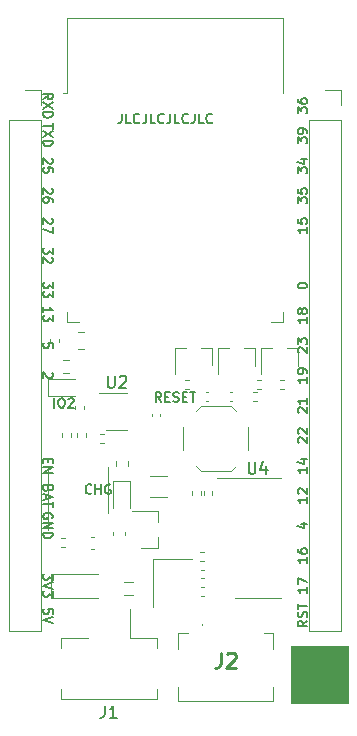
<source format=gbr>
%TF.GenerationSoftware,KiCad,Pcbnew,(5.1.7-0-10_14)*%
%TF.CreationDate,2020-11-01T22:18:58+09:00*%
%TF.ProjectId,esp32-dev,65737033-322d-4646-9576-2e6b69636164,rev?*%
%TF.SameCoordinates,Original*%
%TF.FileFunction,Legend,Top*%
%TF.FilePolarity,Positive*%
%FSLAX46Y46*%
G04 Gerber Fmt 4.6, Leading zero omitted, Abs format (unit mm)*
G04 Created by KiCad (PCBNEW (5.1.7-0-10_14)) date 2020-11-01 22:18:58*
%MOMM*%
%LPD*%
G01*
G04 APERTURE LIST*
%ADD10C,0.150000*%
%ADD11C,0.100000*%
%ADD12C,0.120000*%
%ADD13C,0.254000*%
G04 APERTURE END LIST*
D10*
X129204761Y-69761904D02*
X129204761Y-70333333D01*
X129166666Y-70447619D01*
X129090476Y-70523809D01*
X128976190Y-70561904D01*
X128900000Y-70561904D01*
X129966666Y-70561904D02*
X129585714Y-70561904D01*
X129585714Y-69761904D01*
X130690476Y-70485714D02*
X130652380Y-70523809D01*
X130538095Y-70561904D01*
X130461904Y-70561904D01*
X130347619Y-70523809D01*
X130271428Y-70447619D01*
X130233333Y-70371428D01*
X130195238Y-70219047D01*
X130195238Y-70104761D01*
X130233333Y-69952380D01*
X130271428Y-69876190D01*
X130347619Y-69800000D01*
X130461904Y-69761904D01*
X130538095Y-69761904D01*
X130652380Y-69800000D01*
X130690476Y-69838095D01*
X131261904Y-69761904D02*
X131261904Y-70333333D01*
X131223809Y-70447619D01*
X131147619Y-70523809D01*
X131033333Y-70561904D01*
X130957142Y-70561904D01*
X132023809Y-70561904D02*
X131642857Y-70561904D01*
X131642857Y-69761904D01*
X132747619Y-70485714D02*
X132709523Y-70523809D01*
X132595238Y-70561904D01*
X132519047Y-70561904D01*
X132404761Y-70523809D01*
X132328571Y-70447619D01*
X132290476Y-70371428D01*
X132252380Y-70219047D01*
X132252380Y-70104761D01*
X132290476Y-69952380D01*
X132328571Y-69876190D01*
X132404761Y-69800000D01*
X132519047Y-69761904D01*
X132595238Y-69761904D01*
X132709523Y-69800000D01*
X132747619Y-69838095D01*
X133319047Y-69761904D02*
X133319047Y-70333333D01*
X133280952Y-70447619D01*
X133204761Y-70523809D01*
X133090476Y-70561904D01*
X133014285Y-70561904D01*
X134080952Y-70561904D02*
X133700000Y-70561904D01*
X133700000Y-69761904D01*
X134804761Y-70485714D02*
X134766666Y-70523809D01*
X134652380Y-70561904D01*
X134576190Y-70561904D01*
X134461904Y-70523809D01*
X134385714Y-70447619D01*
X134347619Y-70371428D01*
X134309523Y-70219047D01*
X134309523Y-70104761D01*
X134347619Y-69952380D01*
X134385714Y-69876190D01*
X134461904Y-69800000D01*
X134576190Y-69761904D01*
X134652380Y-69761904D01*
X134766666Y-69800000D01*
X134804761Y-69838095D01*
X135376190Y-69761904D02*
X135376190Y-70333333D01*
X135338095Y-70447619D01*
X135261904Y-70523809D01*
X135147619Y-70561904D01*
X135071428Y-70561904D01*
X136138095Y-70561904D02*
X135757142Y-70561904D01*
X135757142Y-69761904D01*
X136861904Y-70485714D02*
X136823809Y-70523809D01*
X136709523Y-70561904D01*
X136633333Y-70561904D01*
X136519047Y-70523809D01*
X136442857Y-70447619D01*
X136404761Y-70371428D01*
X136366666Y-70219047D01*
X136366666Y-70104761D01*
X136404761Y-69952380D01*
X136442857Y-69876190D01*
X136519047Y-69800000D01*
X136633333Y-69761904D01*
X136709523Y-69761904D01*
X136823809Y-69800000D01*
X136861904Y-69838095D01*
X132538095Y-94161904D02*
X132271428Y-93780952D01*
X132080952Y-94161904D02*
X132080952Y-93361904D01*
X132385714Y-93361904D01*
X132461904Y-93400000D01*
X132500000Y-93438095D01*
X132538095Y-93514285D01*
X132538095Y-93628571D01*
X132500000Y-93704761D01*
X132461904Y-93742857D01*
X132385714Y-93780952D01*
X132080952Y-93780952D01*
X132880952Y-93742857D02*
X133147619Y-93742857D01*
X133261904Y-94161904D02*
X132880952Y-94161904D01*
X132880952Y-93361904D01*
X133261904Y-93361904D01*
X133566666Y-94123809D02*
X133680952Y-94161904D01*
X133871428Y-94161904D01*
X133947619Y-94123809D01*
X133985714Y-94085714D01*
X134023809Y-94009523D01*
X134023809Y-93933333D01*
X133985714Y-93857142D01*
X133947619Y-93819047D01*
X133871428Y-93780952D01*
X133719047Y-93742857D01*
X133642857Y-93704761D01*
X133604761Y-93666666D01*
X133566666Y-93590476D01*
X133566666Y-93514285D01*
X133604761Y-93438095D01*
X133642857Y-93400000D01*
X133719047Y-93361904D01*
X133909523Y-93361904D01*
X134023809Y-93400000D01*
X134366666Y-93742857D02*
X134633333Y-93742857D01*
X134747619Y-94161904D02*
X134366666Y-94161904D01*
X134366666Y-93361904D01*
X134747619Y-93361904D01*
X134976190Y-93361904D02*
X135433333Y-93361904D01*
X135204761Y-94161904D02*
X135204761Y-93361904D01*
X126628571Y-101885714D02*
X126590476Y-101923809D01*
X126476190Y-101961904D01*
X126400000Y-101961904D01*
X126285714Y-101923809D01*
X126209523Y-101847619D01*
X126171428Y-101771428D01*
X126133333Y-101619047D01*
X126133333Y-101504761D01*
X126171428Y-101352380D01*
X126209523Y-101276190D01*
X126285714Y-101200000D01*
X126400000Y-101161904D01*
X126476190Y-101161904D01*
X126590476Y-101200000D01*
X126628571Y-101238095D01*
X126971428Y-101961904D02*
X126971428Y-101161904D01*
X126971428Y-101542857D02*
X127428571Y-101542857D01*
X127428571Y-101961904D02*
X127428571Y-101161904D01*
X128228571Y-101200000D02*
X128152380Y-101161904D01*
X128038095Y-101161904D01*
X127923809Y-101200000D01*
X127847619Y-101276190D01*
X127809523Y-101352380D01*
X127771428Y-101504761D01*
X127771428Y-101619047D01*
X127809523Y-101771428D01*
X127847619Y-101847619D01*
X127923809Y-101923809D01*
X128038095Y-101961904D01*
X128114285Y-101961904D01*
X128228571Y-101923809D01*
X128266666Y-101885714D01*
X128266666Y-101619047D01*
X128114285Y-101619047D01*
X123500000Y-94661904D02*
X123500000Y-93861904D01*
X124033333Y-93861904D02*
X124185714Y-93861904D01*
X124261904Y-93900000D01*
X124338095Y-93976190D01*
X124376190Y-94128571D01*
X124376190Y-94395238D01*
X124338095Y-94547619D01*
X124261904Y-94623809D01*
X124185714Y-94661904D01*
X124033333Y-94661904D01*
X123957142Y-94623809D01*
X123880952Y-94547619D01*
X123842857Y-94395238D01*
X123842857Y-94128571D01*
X123880952Y-93976190D01*
X123957142Y-93900000D01*
X124033333Y-93861904D01*
X124680952Y-93938095D02*
X124719047Y-93900000D01*
X124795238Y-93861904D01*
X124985714Y-93861904D01*
X125061904Y-93900000D01*
X125100000Y-93938095D01*
X125138095Y-94014285D01*
X125138095Y-94090476D01*
X125100000Y-94204761D01*
X124642857Y-94661904D01*
X125138095Y-94661904D01*
X144087904Y-69735619D02*
X144087904Y-69240380D01*
X144392666Y-69507047D01*
X144392666Y-69392761D01*
X144430761Y-69316571D01*
X144468857Y-69278476D01*
X144545047Y-69240380D01*
X144735523Y-69240380D01*
X144811714Y-69278476D01*
X144849809Y-69316571D01*
X144887904Y-69392761D01*
X144887904Y-69621333D01*
X144849809Y-69697523D01*
X144811714Y-69735619D01*
X144087904Y-68554666D02*
X144087904Y-68707047D01*
X144126000Y-68783238D01*
X144164095Y-68821333D01*
X144278380Y-68897523D01*
X144430761Y-68935619D01*
X144735523Y-68935619D01*
X144811714Y-68897523D01*
X144849809Y-68859428D01*
X144887904Y-68783238D01*
X144887904Y-68630857D01*
X144849809Y-68554666D01*
X144811714Y-68516571D01*
X144735523Y-68478476D01*
X144545047Y-68478476D01*
X144468857Y-68516571D01*
X144430761Y-68554666D01*
X144392666Y-68630857D01*
X144392666Y-68783238D01*
X144430761Y-68859428D01*
X144468857Y-68897523D01*
X144545047Y-68935619D01*
X144087904Y-72275619D02*
X144087904Y-71780380D01*
X144392666Y-72047047D01*
X144392666Y-71932761D01*
X144430761Y-71856571D01*
X144468857Y-71818476D01*
X144545047Y-71780380D01*
X144735523Y-71780380D01*
X144811714Y-71818476D01*
X144849809Y-71856571D01*
X144887904Y-71932761D01*
X144887904Y-72161333D01*
X144849809Y-72237523D01*
X144811714Y-72275619D01*
X144887904Y-71399428D02*
X144887904Y-71247047D01*
X144849809Y-71170857D01*
X144811714Y-71132761D01*
X144697428Y-71056571D01*
X144545047Y-71018476D01*
X144240285Y-71018476D01*
X144164095Y-71056571D01*
X144126000Y-71094666D01*
X144087904Y-71170857D01*
X144087904Y-71323238D01*
X144126000Y-71399428D01*
X144164095Y-71437523D01*
X144240285Y-71475619D01*
X144430761Y-71475619D01*
X144506952Y-71437523D01*
X144545047Y-71399428D01*
X144583142Y-71323238D01*
X144583142Y-71170857D01*
X144545047Y-71094666D01*
X144506952Y-71056571D01*
X144430761Y-71018476D01*
X144087904Y-74815619D02*
X144087904Y-74320380D01*
X144392666Y-74587047D01*
X144392666Y-74472761D01*
X144430761Y-74396571D01*
X144468857Y-74358476D01*
X144545047Y-74320380D01*
X144735523Y-74320380D01*
X144811714Y-74358476D01*
X144849809Y-74396571D01*
X144887904Y-74472761D01*
X144887904Y-74701333D01*
X144849809Y-74777523D01*
X144811714Y-74815619D01*
X144354571Y-73634666D02*
X144887904Y-73634666D01*
X144049809Y-73825142D02*
X144621238Y-74015619D01*
X144621238Y-73520380D01*
X144087904Y-77355619D02*
X144087904Y-76860380D01*
X144392666Y-77127047D01*
X144392666Y-77012761D01*
X144430761Y-76936571D01*
X144468857Y-76898476D01*
X144545047Y-76860380D01*
X144735523Y-76860380D01*
X144811714Y-76898476D01*
X144849809Y-76936571D01*
X144887904Y-77012761D01*
X144887904Y-77241333D01*
X144849809Y-77317523D01*
X144811714Y-77355619D01*
X144087904Y-76136571D02*
X144087904Y-76517523D01*
X144468857Y-76555619D01*
X144430761Y-76517523D01*
X144392666Y-76441333D01*
X144392666Y-76250857D01*
X144430761Y-76174666D01*
X144468857Y-76136571D01*
X144545047Y-76098476D01*
X144735523Y-76098476D01*
X144811714Y-76136571D01*
X144849809Y-76174666D01*
X144887904Y-76250857D01*
X144887904Y-76441333D01*
X144849809Y-76517523D01*
X144811714Y-76555619D01*
X144887904Y-79400380D02*
X144887904Y-79857523D01*
X144887904Y-79628952D02*
X144087904Y-79628952D01*
X144202190Y-79705142D01*
X144278380Y-79781333D01*
X144316476Y-79857523D01*
X144087904Y-78676571D02*
X144087904Y-79057523D01*
X144468857Y-79095619D01*
X144430761Y-79057523D01*
X144392666Y-78981333D01*
X144392666Y-78790857D01*
X144430761Y-78714666D01*
X144468857Y-78676571D01*
X144545047Y-78638476D01*
X144735523Y-78638476D01*
X144811714Y-78676571D01*
X144849809Y-78714666D01*
X144887904Y-78790857D01*
X144887904Y-78981333D01*
X144849809Y-79057523D01*
X144811714Y-79095619D01*
X144087904Y-84366095D02*
X144087904Y-84289904D01*
X144126000Y-84213714D01*
X144164095Y-84175619D01*
X144240285Y-84137523D01*
X144392666Y-84099428D01*
X144583142Y-84099428D01*
X144735523Y-84137523D01*
X144811714Y-84175619D01*
X144849809Y-84213714D01*
X144887904Y-84289904D01*
X144887904Y-84366095D01*
X144849809Y-84442285D01*
X144811714Y-84480380D01*
X144735523Y-84518476D01*
X144583142Y-84556571D01*
X144392666Y-84556571D01*
X144240285Y-84518476D01*
X144164095Y-84480380D01*
X144126000Y-84442285D01*
X144087904Y-84366095D01*
X144887904Y-87020380D02*
X144887904Y-87477523D01*
X144887904Y-87248952D02*
X144087904Y-87248952D01*
X144202190Y-87325142D01*
X144278380Y-87401333D01*
X144316476Y-87477523D01*
X144430761Y-86563238D02*
X144392666Y-86639428D01*
X144354571Y-86677523D01*
X144278380Y-86715619D01*
X144240285Y-86715619D01*
X144164095Y-86677523D01*
X144126000Y-86639428D01*
X144087904Y-86563238D01*
X144087904Y-86410857D01*
X144126000Y-86334666D01*
X144164095Y-86296571D01*
X144240285Y-86258476D01*
X144278380Y-86258476D01*
X144354571Y-86296571D01*
X144392666Y-86334666D01*
X144430761Y-86410857D01*
X144430761Y-86563238D01*
X144468857Y-86639428D01*
X144506952Y-86677523D01*
X144583142Y-86715619D01*
X144735523Y-86715619D01*
X144811714Y-86677523D01*
X144849809Y-86639428D01*
X144887904Y-86563238D01*
X144887904Y-86410857D01*
X144849809Y-86334666D01*
X144811714Y-86296571D01*
X144735523Y-86258476D01*
X144583142Y-86258476D01*
X144506952Y-86296571D01*
X144468857Y-86334666D01*
X144430761Y-86410857D01*
X144164095Y-90017523D02*
X144126000Y-89979428D01*
X144087904Y-89903238D01*
X144087904Y-89712761D01*
X144126000Y-89636571D01*
X144164095Y-89598476D01*
X144240285Y-89560380D01*
X144316476Y-89560380D01*
X144430761Y-89598476D01*
X144887904Y-90055619D01*
X144887904Y-89560380D01*
X144087904Y-89293714D02*
X144087904Y-88798476D01*
X144392666Y-89065142D01*
X144392666Y-88950857D01*
X144430761Y-88874666D01*
X144468857Y-88836571D01*
X144545047Y-88798476D01*
X144735523Y-88798476D01*
X144811714Y-88836571D01*
X144849809Y-88874666D01*
X144887904Y-88950857D01*
X144887904Y-89179428D01*
X144849809Y-89255619D01*
X144811714Y-89293714D01*
X144887904Y-92100380D02*
X144887904Y-92557523D01*
X144887904Y-92328952D02*
X144087904Y-92328952D01*
X144202190Y-92405142D01*
X144278380Y-92481333D01*
X144316476Y-92557523D01*
X144887904Y-91719428D02*
X144887904Y-91567047D01*
X144849809Y-91490857D01*
X144811714Y-91452761D01*
X144697428Y-91376571D01*
X144545047Y-91338476D01*
X144240285Y-91338476D01*
X144164095Y-91376571D01*
X144126000Y-91414666D01*
X144087904Y-91490857D01*
X144087904Y-91643238D01*
X144126000Y-91719428D01*
X144164095Y-91757523D01*
X144240285Y-91795619D01*
X144430761Y-91795619D01*
X144506952Y-91757523D01*
X144545047Y-91719428D01*
X144583142Y-91643238D01*
X144583142Y-91490857D01*
X144545047Y-91414666D01*
X144506952Y-91376571D01*
X144430761Y-91338476D01*
X144164095Y-95097523D02*
X144126000Y-95059428D01*
X144087904Y-94983238D01*
X144087904Y-94792761D01*
X144126000Y-94716571D01*
X144164095Y-94678476D01*
X144240285Y-94640380D01*
X144316476Y-94640380D01*
X144430761Y-94678476D01*
X144887904Y-95135619D01*
X144887904Y-94640380D01*
X144887904Y-93878476D02*
X144887904Y-94335619D01*
X144887904Y-94107047D02*
X144087904Y-94107047D01*
X144202190Y-94183238D01*
X144278380Y-94259428D01*
X144316476Y-94335619D01*
X144164095Y-97637523D02*
X144126000Y-97599428D01*
X144087904Y-97523238D01*
X144087904Y-97332761D01*
X144126000Y-97256571D01*
X144164095Y-97218476D01*
X144240285Y-97180380D01*
X144316476Y-97180380D01*
X144430761Y-97218476D01*
X144887904Y-97675619D01*
X144887904Y-97180380D01*
X144164095Y-96875619D02*
X144126000Y-96837523D01*
X144087904Y-96761333D01*
X144087904Y-96570857D01*
X144126000Y-96494666D01*
X144164095Y-96456571D01*
X144240285Y-96418476D01*
X144316476Y-96418476D01*
X144430761Y-96456571D01*
X144887904Y-96913714D01*
X144887904Y-96418476D01*
X144887904Y-99720380D02*
X144887904Y-100177523D01*
X144887904Y-99948952D02*
X144087904Y-99948952D01*
X144202190Y-100025142D01*
X144278380Y-100101333D01*
X144316476Y-100177523D01*
X144354571Y-99034666D02*
X144887904Y-99034666D01*
X144049809Y-99225142D02*
X144621238Y-99415619D01*
X144621238Y-98920380D01*
X144887904Y-102260380D02*
X144887904Y-102717523D01*
X144887904Y-102488952D02*
X144087904Y-102488952D01*
X144202190Y-102565142D01*
X144278380Y-102641333D01*
X144316476Y-102717523D01*
X144164095Y-101955619D02*
X144126000Y-101917523D01*
X144087904Y-101841333D01*
X144087904Y-101650857D01*
X144126000Y-101574666D01*
X144164095Y-101536571D01*
X144240285Y-101498476D01*
X144316476Y-101498476D01*
X144430761Y-101536571D01*
X144887904Y-101993714D01*
X144887904Y-101498476D01*
X144354571Y-104495619D02*
X144887904Y-104495619D01*
X144049809Y-104686095D02*
X144621238Y-104876571D01*
X144621238Y-104381333D01*
X144887904Y-107340380D02*
X144887904Y-107797523D01*
X144887904Y-107568952D02*
X144087904Y-107568952D01*
X144202190Y-107645142D01*
X144278380Y-107721333D01*
X144316476Y-107797523D01*
X144087904Y-106654666D02*
X144087904Y-106807047D01*
X144126000Y-106883238D01*
X144164095Y-106921333D01*
X144278380Y-106997523D01*
X144430761Y-107035619D01*
X144735523Y-107035619D01*
X144811714Y-106997523D01*
X144849809Y-106959428D01*
X144887904Y-106883238D01*
X144887904Y-106730857D01*
X144849809Y-106654666D01*
X144811714Y-106616571D01*
X144735523Y-106578476D01*
X144545047Y-106578476D01*
X144468857Y-106616571D01*
X144430761Y-106654666D01*
X144392666Y-106730857D01*
X144392666Y-106883238D01*
X144430761Y-106959428D01*
X144468857Y-106997523D01*
X144545047Y-107035619D01*
X144887904Y-109880380D02*
X144887904Y-110337523D01*
X144887904Y-110108952D02*
X144087904Y-110108952D01*
X144202190Y-110185142D01*
X144278380Y-110261333D01*
X144316476Y-110337523D01*
X144087904Y-109613714D02*
X144087904Y-109080380D01*
X144887904Y-109423238D01*
X144887904Y-112706095D02*
X144506952Y-112972761D01*
X144887904Y-113163238D02*
X144087904Y-113163238D01*
X144087904Y-112858476D01*
X144126000Y-112782285D01*
X144164095Y-112744190D01*
X144240285Y-112706095D01*
X144354571Y-112706095D01*
X144430761Y-112744190D01*
X144468857Y-112782285D01*
X144506952Y-112858476D01*
X144506952Y-113163238D01*
X144849809Y-112401333D02*
X144887904Y-112287047D01*
X144887904Y-112096571D01*
X144849809Y-112020380D01*
X144811714Y-111982285D01*
X144735523Y-111944190D01*
X144659333Y-111944190D01*
X144583142Y-111982285D01*
X144545047Y-112020380D01*
X144506952Y-112096571D01*
X144468857Y-112248952D01*
X144430761Y-112325142D01*
X144392666Y-112363238D01*
X144316476Y-112401333D01*
X144240285Y-112401333D01*
X144164095Y-112363238D01*
X144126000Y-112325142D01*
X144087904Y-112248952D01*
X144087904Y-112058476D01*
X144126000Y-111944190D01*
X144087904Y-111715619D02*
X144087904Y-111258476D01*
X144887904Y-111487047D02*
X144087904Y-111487047D01*
X123338095Y-112115619D02*
X123338095Y-111734666D01*
X122957142Y-111696571D01*
X122995238Y-111734666D01*
X123033333Y-111810857D01*
X123033333Y-112001333D01*
X122995238Y-112077523D01*
X122957142Y-112115619D01*
X122880952Y-112153714D01*
X122690476Y-112153714D01*
X122614285Y-112115619D01*
X122576190Y-112077523D01*
X122538095Y-112001333D01*
X122538095Y-111810857D01*
X122576190Y-111734666D01*
X122614285Y-111696571D01*
X123338095Y-112382285D02*
X122538095Y-112648952D01*
X123338095Y-112915619D01*
X123338095Y-108737523D02*
X123338095Y-109232761D01*
X123033333Y-108966095D01*
X123033333Y-109080380D01*
X122995238Y-109156571D01*
X122957142Y-109194666D01*
X122880952Y-109232761D01*
X122690476Y-109232761D01*
X122614285Y-109194666D01*
X122576190Y-109156571D01*
X122538095Y-109080380D01*
X122538095Y-108851809D01*
X122576190Y-108775619D01*
X122614285Y-108737523D01*
X123338095Y-109461333D02*
X122538095Y-109728000D01*
X123338095Y-109994666D01*
X123338095Y-110185142D02*
X123338095Y-110680380D01*
X123033333Y-110413714D01*
X123033333Y-110528000D01*
X122995238Y-110604190D01*
X122957142Y-110642285D01*
X122880952Y-110680380D01*
X122690476Y-110680380D01*
X122614285Y-110642285D01*
X122576190Y-110604190D01*
X122538095Y-110528000D01*
X122538095Y-110299428D01*
X122576190Y-110223238D01*
X122614285Y-110185142D01*
X123300000Y-104038476D02*
X123338095Y-103962285D01*
X123338095Y-103848000D01*
X123300000Y-103733714D01*
X123223809Y-103657523D01*
X123147619Y-103619428D01*
X122995238Y-103581333D01*
X122880952Y-103581333D01*
X122728571Y-103619428D01*
X122652380Y-103657523D01*
X122576190Y-103733714D01*
X122538095Y-103848000D01*
X122538095Y-103924190D01*
X122576190Y-104038476D01*
X122614285Y-104076571D01*
X122880952Y-104076571D01*
X122880952Y-103924190D01*
X122538095Y-104419428D02*
X123338095Y-104419428D01*
X122538095Y-104876571D01*
X123338095Y-104876571D01*
X122538095Y-105257523D02*
X123338095Y-105257523D01*
X123338095Y-105448000D01*
X123300000Y-105562285D01*
X123223809Y-105638476D01*
X123147619Y-105676571D01*
X122995238Y-105714666D01*
X122880952Y-105714666D01*
X122728571Y-105676571D01*
X122652380Y-105638476D01*
X122576190Y-105562285D01*
X122538095Y-105448000D01*
X122538095Y-105257523D01*
X122957142Y-101517523D02*
X122919047Y-101631809D01*
X122880952Y-101669904D01*
X122804761Y-101708000D01*
X122690476Y-101708000D01*
X122614285Y-101669904D01*
X122576190Y-101631809D01*
X122538095Y-101555619D01*
X122538095Y-101250857D01*
X123338095Y-101250857D01*
X123338095Y-101517523D01*
X123300000Y-101593714D01*
X123261904Y-101631809D01*
X123185714Y-101669904D01*
X123109523Y-101669904D01*
X123033333Y-101631809D01*
X122995238Y-101593714D01*
X122957142Y-101517523D01*
X122957142Y-101250857D01*
X122766666Y-102012761D02*
X122766666Y-102393714D01*
X122538095Y-101936571D02*
X123338095Y-102203238D01*
X122538095Y-102469904D01*
X123338095Y-102622285D02*
X123338095Y-103079428D01*
X122538095Y-102850857D02*
X123338095Y-102850857D01*
X122957142Y-98977523D02*
X122957142Y-99244190D01*
X122538095Y-99358476D02*
X122538095Y-98977523D01*
X123338095Y-98977523D01*
X123338095Y-99358476D01*
X122538095Y-99701333D02*
X123338095Y-99701333D01*
X122538095Y-100158476D01*
X123338095Y-100158476D01*
X123261904Y-91719428D02*
X123300000Y-91757523D01*
X123338095Y-91833714D01*
X123338095Y-92024190D01*
X123300000Y-92100380D01*
X123261904Y-92138476D01*
X123185714Y-92176571D01*
X123109523Y-92176571D01*
X122995238Y-92138476D01*
X122538095Y-91681333D01*
X122538095Y-92176571D01*
X123338095Y-89598476D02*
X123338095Y-89217523D01*
X122957142Y-89179428D01*
X122995238Y-89217523D01*
X123033333Y-89293714D01*
X123033333Y-89484190D01*
X122995238Y-89560380D01*
X122957142Y-89598476D01*
X122880952Y-89636571D01*
X122690476Y-89636571D01*
X122614285Y-89598476D01*
X122576190Y-89560380D01*
X122538095Y-89484190D01*
X122538095Y-89293714D01*
X122576190Y-89217523D01*
X122614285Y-89179428D01*
X122538095Y-86588619D02*
X122538095Y-86131476D01*
X122538095Y-86360047D02*
X123338095Y-86360047D01*
X123223809Y-86283857D01*
X123147619Y-86207666D01*
X123109523Y-86131476D01*
X123338095Y-86855285D02*
X123338095Y-87350523D01*
X123033333Y-87083857D01*
X123033333Y-87198142D01*
X122995238Y-87274333D01*
X122957142Y-87312428D01*
X122880952Y-87350523D01*
X122690476Y-87350523D01*
X122614285Y-87312428D01*
X122576190Y-87274333D01*
X122538095Y-87198142D01*
X122538095Y-86969571D01*
X122576190Y-86893380D01*
X122614285Y-86855285D01*
X123338095Y-84061380D02*
X123338095Y-84556619D01*
X123033333Y-84289952D01*
X123033333Y-84404238D01*
X122995238Y-84480428D01*
X122957142Y-84518523D01*
X122880952Y-84556619D01*
X122690476Y-84556619D01*
X122614285Y-84518523D01*
X122576190Y-84480428D01*
X122538095Y-84404238D01*
X122538095Y-84175666D01*
X122576190Y-84099476D01*
X122614285Y-84061380D01*
X123338095Y-84823285D02*
X123338095Y-85318523D01*
X123033333Y-85051857D01*
X123033333Y-85166142D01*
X122995238Y-85242333D01*
X122957142Y-85280428D01*
X122880952Y-85318523D01*
X122690476Y-85318523D01*
X122614285Y-85280428D01*
X122576190Y-85242333D01*
X122538095Y-85166142D01*
X122538095Y-84937571D01*
X122576190Y-84861380D01*
X122614285Y-84823285D01*
X123338095Y-81140380D02*
X123338095Y-81635619D01*
X123033333Y-81368952D01*
X123033333Y-81483238D01*
X122995238Y-81559428D01*
X122957142Y-81597523D01*
X122880952Y-81635619D01*
X122690476Y-81635619D01*
X122614285Y-81597523D01*
X122576190Y-81559428D01*
X122538095Y-81483238D01*
X122538095Y-81254666D01*
X122576190Y-81178476D01*
X122614285Y-81140380D01*
X123261904Y-81940380D02*
X123300000Y-81978476D01*
X123338095Y-82054666D01*
X123338095Y-82245142D01*
X123300000Y-82321333D01*
X123261904Y-82359428D01*
X123185714Y-82397523D01*
X123109523Y-82397523D01*
X122995238Y-82359428D01*
X122538095Y-81902285D01*
X122538095Y-82397523D01*
X123261904Y-78638476D02*
X123300000Y-78676571D01*
X123338095Y-78752761D01*
X123338095Y-78943238D01*
X123300000Y-79019428D01*
X123261904Y-79057523D01*
X123185714Y-79095619D01*
X123109523Y-79095619D01*
X122995238Y-79057523D01*
X122538095Y-78600380D01*
X122538095Y-79095619D01*
X123338095Y-79362285D02*
X123338095Y-79895619D01*
X122538095Y-79552761D01*
X123261904Y-76090476D02*
X123300000Y-76128571D01*
X123338095Y-76204761D01*
X123338095Y-76395238D01*
X123300000Y-76471428D01*
X123261904Y-76509523D01*
X123185714Y-76547619D01*
X123109523Y-76547619D01*
X122995238Y-76509523D01*
X122538095Y-76052380D01*
X122538095Y-76547619D01*
X123338095Y-77233333D02*
X123338095Y-77080952D01*
X123300000Y-77004761D01*
X123261904Y-76966666D01*
X123147619Y-76890476D01*
X122995238Y-76852380D01*
X122690476Y-76852380D01*
X122614285Y-76890476D01*
X122576190Y-76928571D01*
X122538095Y-77004761D01*
X122538095Y-77157142D01*
X122576190Y-77233333D01*
X122614285Y-77271428D01*
X122690476Y-77309523D01*
X122880952Y-77309523D01*
X122957142Y-77271428D01*
X122995238Y-77233333D01*
X123033333Y-77157142D01*
X123033333Y-77004761D01*
X122995238Y-76928571D01*
X122957142Y-76890476D01*
X122880952Y-76852380D01*
X123261904Y-73558476D02*
X123300000Y-73596571D01*
X123338095Y-73672761D01*
X123338095Y-73863238D01*
X123300000Y-73939428D01*
X123261904Y-73977523D01*
X123185714Y-74015619D01*
X123109523Y-74015619D01*
X122995238Y-73977523D01*
X122538095Y-73520380D01*
X122538095Y-74015619D01*
X123338095Y-74739428D02*
X123338095Y-74358476D01*
X122957142Y-74320380D01*
X122995238Y-74358476D01*
X123033333Y-74434666D01*
X123033333Y-74625142D01*
X122995238Y-74701333D01*
X122957142Y-74739428D01*
X122880952Y-74777523D01*
X122690476Y-74777523D01*
X122614285Y-74739428D01*
X122576190Y-74701333D01*
X122538095Y-74625142D01*
X122538095Y-74434666D01*
X122576190Y-74358476D01*
X122614285Y-74320380D01*
X123338095Y-70590476D02*
X123338095Y-71047619D01*
X122538095Y-70819047D02*
X123338095Y-70819047D01*
X123338095Y-71238095D02*
X122538095Y-71771428D01*
X123338095Y-71771428D02*
X122538095Y-71238095D01*
X122538095Y-72076190D02*
X123338095Y-72076190D01*
X123338095Y-72266666D01*
X123300000Y-72380952D01*
X123223809Y-72457142D01*
X123147619Y-72495238D01*
X122995238Y-72533333D01*
X122880952Y-72533333D01*
X122728571Y-72495238D01*
X122652380Y-72457142D01*
X122576190Y-72380952D01*
X122538095Y-72266666D01*
X122538095Y-72076190D01*
X122538095Y-68554666D02*
X122919047Y-68288000D01*
X122538095Y-68097523D02*
X123338095Y-68097523D01*
X123338095Y-68402285D01*
X123300000Y-68478476D01*
X123261904Y-68516571D01*
X123185714Y-68554666D01*
X123071428Y-68554666D01*
X122995238Y-68516571D01*
X122957142Y-68478476D01*
X122919047Y-68402285D01*
X122919047Y-68097523D01*
X123338095Y-68821333D02*
X122538095Y-69354666D01*
X123338095Y-69354666D02*
X122538095Y-68821333D01*
X122538095Y-69659428D02*
X123338095Y-69659428D01*
X123338095Y-69849904D01*
X123300000Y-69964190D01*
X123223809Y-70040380D01*
X123147619Y-70078476D01*
X122995238Y-70116571D01*
X122880952Y-70116571D01*
X122728571Y-70078476D01*
X122652380Y-70040380D01*
X122576190Y-69964190D01*
X122538095Y-69849904D01*
X122538095Y-69659428D01*
D11*
G36*
X148336000Y-119634000D02*
G01*
X143510000Y-119634000D01*
X143510000Y-114808000D01*
X148336000Y-114808000D01*
X148336000Y-119634000D01*
G37*
X148336000Y-119634000D02*
X143510000Y-119634000D01*
X143510000Y-114808000D01*
X148336000Y-114808000D01*
X148336000Y-119634000D01*
D12*
%TO.C,C1*%
X126890580Y-105590000D02*
X126609420Y-105590000D01*
X126890580Y-106610000D02*
X126609420Y-106610000D01*
%TO.C,C2*%
X125960000Y-94522164D02*
X125960000Y-94737836D01*
X125240000Y-94522164D02*
X125240000Y-94737836D01*
%TO.C,C3*%
X123140000Y-88892164D02*
X123140000Y-89107836D01*
X123860000Y-88892164D02*
X123860000Y-89107836D01*
%TO.C,C4*%
X126011252Y-89735000D02*
X125488748Y-89735000D01*
X126011252Y-88265000D02*
X125488748Y-88265000D01*
%TO.C,C5*%
X129510000Y-105184420D02*
X129510000Y-105465580D01*
X128490000Y-105184420D02*
X128490000Y-105465580D01*
%TO.C,C6*%
X132460000Y-95192164D02*
X132460000Y-95407836D01*
X131740000Y-95192164D02*
X131740000Y-95407836D01*
%TO.C,C7*%
X138537836Y-93366000D02*
X138322164Y-93366000D01*
X138537836Y-94086000D02*
X138322164Y-94086000D01*
%TO.C,C8*%
X136505836Y-94086000D02*
X136290164Y-94086000D01*
X136505836Y-93366000D02*
X136290164Y-93366000D01*
%TO.C,C9*%
X136127836Y-109110000D02*
X135912164Y-109110000D01*
X136127836Y-108390000D02*
X135912164Y-108390000D01*
%TO.C,C10*%
X136127836Y-109890000D02*
X135912164Y-109890000D01*
X136127836Y-110610000D02*
X135912164Y-110610000D01*
%TO.C,D1*%
X123250000Y-108750000D02*
X123250000Y-110750000D01*
X123250000Y-110750000D02*
X127150000Y-110750000D01*
X123250000Y-108750000D02*
X127150000Y-108750000D01*
%TO.C,D2*%
X128465000Y-100852500D02*
X128465000Y-103137500D01*
X129935000Y-100852500D02*
X128465000Y-100852500D01*
X129935000Y-103137500D02*
X129935000Y-100852500D01*
%TO.C,D3*%
X122975000Y-93699000D02*
X125260000Y-93699000D01*
X122975000Y-92229000D02*
X122975000Y-93699000D01*
X125260000Y-92229000D02*
X122975000Y-92229000D01*
%TO.C,FB1*%
X129350378Y-109440000D02*
X130149622Y-109440000D01*
X129350378Y-110560000D02*
X130149622Y-110560000D01*
%TO.C,J1*%
X124015000Y-119360000D02*
X124015000Y-118510000D01*
X132185000Y-119360000D02*
X124015000Y-119360000D01*
X132185000Y-118510000D02*
X132185000Y-119360000D01*
X124015000Y-114140000D02*
X126340000Y-114140000D01*
X124015000Y-114990000D02*
X124015000Y-114140000D01*
X129860000Y-114140000D02*
X129860000Y-111750000D01*
X132185000Y-114140000D02*
X129860000Y-114140000D01*
X132185000Y-114990000D02*
X132185000Y-114140000D01*
D11*
%TO.C,J2*%
X136000000Y-113100000D02*
G75*
G02*
X136000000Y-113000000I0J50000D01*
G01*
X136000000Y-113000000D02*
G75*
G02*
X136000000Y-113100000I0J-50000D01*
G01*
X136000000Y-113100000D02*
X136000000Y-113100000D01*
X136000000Y-113000000D02*
X136000000Y-113000000D01*
X142000000Y-115100000D02*
X142000000Y-113760000D01*
X142000000Y-113760000D02*
X141200000Y-113760000D01*
X134000000Y-115100000D02*
X134000000Y-113760000D01*
X134000000Y-113760000D02*
X134800000Y-113760000D01*
X142000000Y-118300000D02*
X142000000Y-119500000D01*
X142000000Y-119500000D02*
X134000000Y-119500000D01*
X134000000Y-119500000D02*
X134000000Y-118300000D01*
D12*
%TO.C,Q1*%
X132260000Y-106580000D02*
X132260000Y-105650000D01*
X132260000Y-103420000D02*
X132260000Y-104350000D01*
X132260000Y-103420000D02*
X130100000Y-103420000D01*
X132260000Y-106580000D02*
X130800000Y-106580000D01*
%TO.C,Q4*%
X136880000Y-89615000D02*
X136880000Y-91075000D01*
X133720000Y-89615000D02*
X133720000Y-91775000D01*
X133720000Y-89615000D02*
X134650000Y-89615000D01*
X136880000Y-89615000D02*
X135950000Y-89615000D01*
%TO.C,R1*%
X136153641Y-106870000D02*
X135846359Y-106870000D01*
X136153641Y-107630000D02*
X135846359Y-107630000D01*
%TO.C,R2*%
X131606936Y-102256000D02*
X133061064Y-102256000D01*
X131606936Y-100436000D02*
X133061064Y-100436000D01*
%TO.C,R3*%
X127653641Y-97630000D02*
X127346359Y-97630000D01*
X127653641Y-96870000D02*
X127346359Y-96870000D01*
%TO.C,R4*%
X129722500Y-99137742D02*
X129722500Y-99612258D01*
X128677500Y-99137742D02*
X128677500Y-99612258D01*
%TO.C,R5*%
X126180000Y-97153641D02*
X126180000Y-96846359D01*
X125420000Y-97153641D02*
X125420000Y-96846359D01*
%TO.C,R6*%
X124880000Y-97153641D02*
X124880000Y-96846359D01*
X124120000Y-97153641D02*
X124120000Y-96846359D01*
%TO.C,R7*%
X140676359Y-92320000D02*
X140983641Y-92320000D01*
X140676359Y-93080000D02*
X140983641Y-93080000D01*
%TO.C,R8*%
X142899641Y-93090000D02*
X142592359Y-93090000D01*
X142899641Y-92330000D02*
X142592359Y-92330000D01*
%TO.C,R9*%
X124096359Y-106480000D02*
X124403641Y-106480000D01*
X124096359Y-105720000D02*
X124403641Y-105720000D01*
%TO.C,R10*%
X140615641Y-93346000D02*
X140308359Y-93346000D01*
X140615641Y-94106000D02*
X140308359Y-94106000D01*
%TO.C,R11*%
X124222742Y-90663500D02*
X124697258Y-90663500D01*
X124222742Y-91708500D02*
X124697258Y-91708500D01*
%TO.C,R12*%
X136880000Y-102053641D02*
X136880000Y-101746359D01*
X136120000Y-102053641D02*
X136120000Y-101746359D01*
%TO.C,R13*%
X135880000Y-101746359D02*
X135880000Y-102053641D01*
X135120000Y-101746359D02*
X135120000Y-102053641D01*
%TO.C,R14*%
X134561359Y-92295000D02*
X134868641Y-92295000D01*
X134561359Y-93055000D02*
X134868641Y-93055000D01*
%TO.C,SW1*%
X138860000Y-94982000D02*
X138410000Y-94532000D01*
X135460000Y-94982000D02*
X135910000Y-94532000D01*
X135460000Y-99582000D02*
X135910000Y-100032000D01*
X138860000Y-99582000D02*
X138410000Y-100032000D01*
X134410000Y-98282000D02*
X134410000Y-96282000D01*
X138410000Y-94532000D02*
X135910000Y-94532000D01*
X139910000Y-98282000D02*
X139910000Y-96282000D01*
X138410000Y-100032000D02*
X135910000Y-100032000D01*
%TO.C,U1*%
X124580000Y-86600000D02*
X124580000Y-87380000D01*
X124580000Y-87380000D02*
X125580000Y-87380000D01*
X142820000Y-86600000D02*
X142820000Y-87380000D01*
X142820000Y-87380000D02*
X141820000Y-87380000D01*
X124580000Y-61635000D02*
X142820000Y-61635000D01*
X142820000Y-61635000D02*
X142820000Y-68055000D01*
X124580000Y-61635000D02*
X124580000Y-68055000D01*
X124580000Y-68055000D02*
X124200000Y-68055000D01*
%TO.C,U2*%
X127902000Y-96530000D02*
X129662000Y-96530000D01*
X129662000Y-93460000D02*
X127232000Y-93460000D01*
%TO.C,U3*%
X122940000Y-101600000D02*
X122940000Y-105050000D01*
X122940000Y-101600000D02*
X122940000Y-99650000D01*
X128060000Y-101600000D02*
X128060000Y-103550000D01*
X128060000Y-101600000D02*
X128060000Y-99650000D01*
%TO.C,U4*%
X140700000Y-110760000D02*
X142650000Y-110760000D01*
X140700000Y-110760000D02*
X138750000Y-110760000D01*
X140700000Y-100640000D02*
X142650000Y-100640000D01*
X140700000Y-100640000D02*
X137250000Y-100640000D01*
%TO.C,Y1*%
X135150000Y-107500000D02*
X131850000Y-107500000D01*
X131850000Y-107500000D02*
X131850000Y-111500000D01*
%TO.C,Q2*%
X140505001Y-89640000D02*
X139575001Y-89640000D01*
X137345001Y-89640000D02*
X138275001Y-89640000D01*
X137345001Y-89640000D02*
X137345001Y-91800000D01*
X140505001Y-89640000D02*
X140505001Y-91100000D01*
%TO.C,Q3*%
X144130000Y-89640000D02*
X144130000Y-91100000D01*
X140970000Y-89640000D02*
X140970000Y-91800000D01*
X140970000Y-89640000D02*
X141900000Y-89640000D01*
X144130000Y-89640000D02*
X143200000Y-89640000D01*
%TO.C,J5*%
X119670000Y-70330000D02*
X122330000Y-70330000D01*
X119670000Y-70330000D02*
X119670000Y-113570000D01*
X119670000Y-113570000D02*
X122330000Y-113570000D01*
X122330000Y-70330000D02*
X122330000Y-113570000D01*
X122330000Y-67730000D02*
X122330000Y-69060000D01*
X121000000Y-67730000D02*
X122330000Y-67730000D01*
%TO.C,J6*%
X146400000Y-67730000D02*
X147730000Y-67730000D01*
X147730000Y-67730000D02*
X147730000Y-69060000D01*
X147730000Y-70330000D02*
X147730000Y-113570000D01*
X145070000Y-113570000D02*
X147730000Y-113570000D01*
X145070000Y-70330000D02*
X145070000Y-113570000D01*
X145070000Y-70330000D02*
X147730000Y-70330000D01*
%TO.C,J1*%
D10*
X127766666Y-119902380D02*
X127766666Y-120616666D01*
X127719047Y-120759523D01*
X127623809Y-120854761D01*
X127480952Y-120902380D01*
X127385714Y-120902380D01*
X128766666Y-120902380D02*
X128195238Y-120902380D01*
X128480952Y-120902380D02*
X128480952Y-119902380D01*
X128385714Y-120045238D01*
X128290476Y-120140476D01*
X128195238Y-120188095D01*
%TO.C,J2*%
D13*
X137576666Y-115404523D02*
X137576666Y-116311666D01*
X137516190Y-116493095D01*
X137395238Y-116614047D01*
X137213809Y-116674523D01*
X137092857Y-116674523D01*
X138120952Y-115525476D02*
X138181428Y-115465000D01*
X138302380Y-115404523D01*
X138604761Y-115404523D01*
X138725714Y-115465000D01*
X138786190Y-115525476D01*
X138846666Y-115646428D01*
X138846666Y-115767380D01*
X138786190Y-115948809D01*
X138060476Y-116674523D01*
X138846666Y-116674523D01*
%TO.C,U2*%
D10*
X128020095Y-91972380D02*
X128020095Y-92781904D01*
X128067714Y-92877142D01*
X128115333Y-92924761D01*
X128210571Y-92972380D01*
X128401047Y-92972380D01*
X128496285Y-92924761D01*
X128543904Y-92877142D01*
X128591523Y-92781904D01*
X128591523Y-91972380D01*
X129020095Y-92067619D02*
X129067714Y-92020000D01*
X129162952Y-91972380D01*
X129401047Y-91972380D01*
X129496285Y-92020000D01*
X129543904Y-92067619D01*
X129591523Y-92162857D01*
X129591523Y-92258095D01*
X129543904Y-92400952D01*
X128972476Y-92972380D01*
X129591523Y-92972380D01*
%TO.C,U4*%
X139938095Y-99252380D02*
X139938095Y-100061904D01*
X139985714Y-100157142D01*
X140033333Y-100204761D01*
X140128571Y-100252380D01*
X140319047Y-100252380D01*
X140414285Y-100204761D01*
X140461904Y-100157142D01*
X140509523Y-100061904D01*
X140509523Y-99252380D01*
X141414285Y-99585714D02*
X141414285Y-100252380D01*
X141176190Y-99204761D02*
X140938095Y-99919047D01*
X141557142Y-99919047D01*
%TD*%
M02*

</source>
